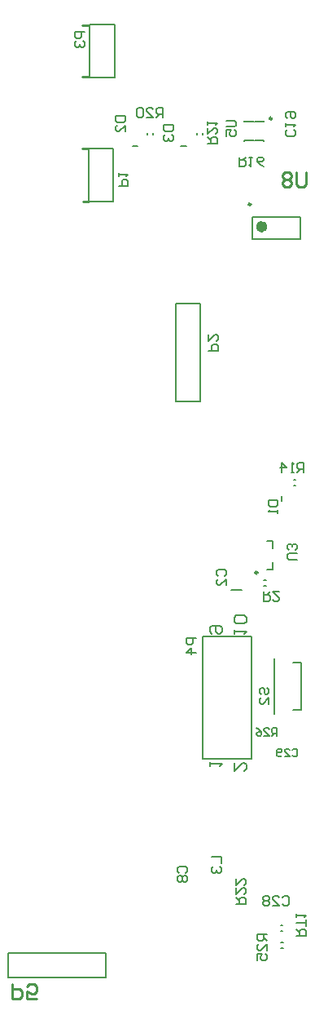
<source format=gbo>
%FSLAX25Y25*%
%MOIN*%
G70*
G01*
G75*
G04 Layer_Color=32896*
%ADD10O,0.01378X0.05512*%
%ADD11R,0.02362X0.04528*%
%ADD12R,0.03937X0.07874*%
%ADD13R,0.01772X0.02362*%
%ADD14R,0.08268X0.05906*%
%ADD15R,0.17716X0.17716*%
%ADD16O,0.02559X0.00984*%
%ADD17O,0.00984X0.02559*%
%ADD18R,0.05315X0.03740*%
%ADD19R,0.01575X0.01575*%
%ADD20R,0.11811X0.00039*%
%ADD21R,0.05512X0.08268*%
%ADD22O,0.02362X0.00984*%
%ADD23R,0.06693X0.03150*%
%ADD24R,0.00984X0.01969*%
%ADD25R,0.03937X0.03543*%
%ADD26R,0.03937X0.01378*%
%ADD27R,0.03150X0.06496*%
%ADD28R,0.03150X0.03543*%
%ADD29R,0.02362X0.01969*%
%ADD30R,0.01969X0.02362*%
%ADD31R,0.03543X0.03150*%
%ADD32R,0.03937X0.05118*%
%ADD33R,0.05118X0.03937*%
%ADD34C,0.03937*%
%ADD35C,0.00787*%
%ADD36C,0.03937*%
%ADD37C,0.01969*%
%ADD38C,0.01000*%
%ADD39C,0.01181*%
%ADD40C,0.01575*%
%ADD41C,0.02000*%
%ADD42C,0.02362*%
%ADD43R,0.03937X0.02913*%
%ADD44R,0.04724X0.03150*%
%ADD45R,0.18898X0.05079*%
%ADD46R,0.36142X0.03937*%
%ADD47R,1.00709X0.04764*%
%ADD48R,0.08583X0.15590*%
%ADD49R,0.12598X0.04764*%
%ADD50R,0.12598X0.05079*%
%ADD51R,0.01811X0.07992*%
G04:AMPARAMS|DCode=52|XSize=18.11mil|YSize=66.44mil|CornerRadius=0mil|HoleSize=0mil|Usage=FLASHONLY|Rotation=214.500|XOffset=0mil|YOffset=0mil|HoleType=Round|Shape=Rectangle|*
%AMROTATEDRECTD52*
4,1,4,-0.01135,0.03251,0.02628,-0.02225,0.01135,-0.03251,-0.02628,0.02225,-0.01135,0.03251,0.0*
%
%ADD52ROTATEDRECTD52*%

%ADD53R,0.35500X0.02000*%
%ADD54R,0.09055X0.04823*%
%ADD55R,0.12598X0.03150*%
%ADD56C,0.04724*%
%ADD57C,0.05512*%
%ADD58C,0.05906*%
%ADD59R,0.05906X0.05906*%
%ADD60R,0.05906X0.05906*%
%ADD61C,0.06299*%
%ADD62C,0.06000*%
%ADD63C,0.02598*%
%ADD64C,0.03150*%
%ADD65R,0.05000X0.03543*%
%ADD66R,0.03150X0.05709*%
%ADD67R,0.05118X0.02559*%
%ADD68O,0.02362X0.07284*%
%ADD69R,0.02756X0.05315*%
%ADD70O,0.02165X0.01181*%
%ADD71R,0.03543X0.02953*%
%ADD72R,0.02953X0.03543*%
%ADD73C,0.00984*%
%ADD74C,0.11811*%
%ADD75C,0.00800*%
D35*
X397342Y348327D02*
Y370768D01*
X408563Y349705D02*
Y369291D01*
X405020D02*
X408563D01*
X405020Y349705D02*
X408563D01*
X394488Y407185D02*
X396850D01*
Y410236D01*
X394488Y418996D02*
X396850D01*
Y415945D02*
Y418996D01*
X408071Y542323D02*
Y551181D01*
X388386Y542323D02*
Y551181D01*
Y542323D02*
X408071D01*
X388386Y551181D02*
X408071D01*
X393110Y582185D02*
Y582382D01*
X389370D02*
X393110D01*
X385236D02*
X388976D01*
X385236Y582185D02*
Y582382D01*
Y590256D02*
Y590453D01*
Y590256D02*
X388976D01*
X389370D02*
X393110D01*
Y590453D01*
X400406Y435124D02*
Y437289D01*
X368000Y330000D02*
Y380000D01*
X388000Y330000D02*
Y380000D01*
X368000Y330000D02*
X388000D01*
X368000Y380000D02*
X388000D01*
X357205Y475906D02*
X367205D01*
Y515906D01*
X357205Y475906D02*
Y515906D01*
X367205D01*
X321358Y557579D02*
X326279D01*
X321358D02*
Y579134D01*
X331496D01*
Y557579D02*
Y579134D01*
X326279Y557579D02*
X331496D01*
X379724Y398917D02*
X384055D01*
X328602Y240472D02*
Y250472D01*
X288602D02*
X328602D01*
X288602Y240472D02*
X328602D01*
X288602D02*
Y250472D01*
X400098Y259547D02*
X400886D01*
X400098Y261910D02*
X400886D01*
X400295Y252559D02*
X401083D01*
X400295Y254921D02*
X401083D01*
X365650Y584878D02*
Y585665D01*
X368012Y584878D02*
Y585665D01*
X345374Y584842D02*
Y585630D01*
X347736Y584842D02*
Y585630D01*
X405315Y443799D02*
X406102D01*
X405315Y441437D02*
X406102D01*
X393209Y402854D02*
X393996D01*
X393209Y400492D02*
X393996D01*
X321850Y608169D02*
X326772D01*
X321850D02*
Y629724D01*
X331988D01*
Y608169D02*
Y629724D01*
X326772Y608169D02*
X331988D01*
X359298Y580035D02*
X361463D01*
X339384Y580031D02*
X341550D01*
X391996Y356136D02*
X391340Y356792D01*
Y358104D01*
X391996Y358760D01*
X392652D01*
X393308Y358104D01*
Y356792D01*
X393964Y356136D01*
X394620D01*
X395276Y356792D01*
Y358104D01*
X394620Y358760D01*
X395276Y352200D02*
Y354824D01*
X392652Y352200D01*
X391996D01*
X391340Y352856D01*
Y354168D01*
X391996Y354824D01*
X406888Y411122D02*
X403609D01*
X402953Y411778D01*
Y413090D01*
X403609Y413746D01*
X406888D01*
X406233Y415058D02*
X406888Y415714D01*
Y417026D01*
X406233Y417682D01*
X405577D01*
X404921Y417026D01*
Y416370D01*
Y417026D01*
X404265Y417682D01*
X403609D01*
X402953Y417026D01*
Y415714D01*
X403609Y415058D01*
X377757Y590650D02*
X381037D01*
X381693Y589994D01*
Y588682D01*
X381037Y588026D01*
X377757D01*
Y584090D02*
Y586714D01*
X379725D01*
X379069Y585402D01*
Y584746D01*
X379725Y584090D01*
X381037D01*
X381693Y584746D01*
Y586058D01*
X381037Y586714D01*
X394982Y435532D02*
X398917D01*
Y433564D01*
X398261Y432908D01*
X395637D01*
X394982Y433564D01*
Y435532D01*
X398917Y431596D02*
Y430284D01*
Y430940D01*
X394982D01*
X395637Y431596D01*
X365453Y379232D02*
X361517D01*
Y377264D01*
X362173Y376608D01*
X363485D01*
X364141Y377264D01*
Y379232D01*
X365453Y373329D02*
X361517D01*
X363485Y375296D01*
Y372673D01*
X370374Y496555D02*
X374310D01*
Y498523D01*
X373654Y499179D01*
X372342D01*
X371686Y498523D01*
Y496555D01*
X370374Y503115D02*
Y500491D01*
X372998Y503115D01*
X373654D01*
X374310Y502459D01*
Y501147D01*
X373654Y500491D01*
X333661Y563976D02*
X337597D01*
Y565944D01*
X336941Y566600D01*
X335629D01*
X334973Y565944D01*
Y563976D01*
X333661Y567912D02*
Y569224D01*
Y568568D01*
X337597D01*
X336941Y567912D01*
X374476Y404660D02*
X373820Y405316D01*
Y406628D01*
X374476Y407283D01*
X377100D01*
X377756Y406628D01*
Y405316D01*
X377100Y404660D01*
X377756Y400724D02*
Y403348D01*
X375132Y400724D01*
X374476D01*
X373820Y401380D01*
Y402692D01*
X374476Y403348D01*
X406595Y257480D02*
X410530D01*
Y259448D01*
X409874Y260104D01*
X408562D01*
X407906Y259448D01*
Y257480D01*
Y258792D02*
X406595Y260104D01*
X410530Y261416D02*
Y264040D01*
Y262728D01*
X406595D01*
Y265352D02*
Y266664D01*
Y266008D01*
X410530D01*
X409874Y265352D01*
X398524Y339272D02*
Y342420D01*
X396949D01*
X396425Y341896D01*
Y340846D01*
X396949Y340321D01*
X398524D01*
X397474D02*
X396425Y339272D01*
X393276D02*
X395375D01*
X393276Y341371D01*
Y341896D01*
X393801Y342420D01*
X394850D01*
X395375Y341896D01*
X390127Y342420D02*
X391177Y341896D01*
X392226Y340846D01*
Y339796D01*
X391702Y339272D01*
X390652D01*
X390127Y339796D01*
Y340321D01*
X390652Y340846D01*
X392226D01*
X394488Y258169D02*
X390552D01*
Y256201D01*
X391208Y255545D01*
X392520D01*
X393176Y256201D01*
Y258169D01*
Y256857D02*
X394488Y255545D01*
Y251610D02*
Y254234D01*
X391864Y251610D01*
X391208D01*
X390552Y252266D01*
Y253578D01*
X391208Y254234D01*
X390552Y247674D02*
Y250298D01*
X392520D01*
X391864Y248986D01*
Y248330D01*
X392520Y247674D01*
X393832D01*
X394488Y248330D01*
Y249642D01*
X393832Y250298D01*
X381890Y270472D02*
X385825D01*
Y272440D01*
X385170Y273096D01*
X383858D01*
X383202Y272440D01*
Y270472D01*
Y271784D02*
X381890Y273096D01*
Y277032D02*
Y274408D01*
X384514Y277032D01*
X385170D01*
X385825Y276376D01*
Y275064D01*
X385170Y274408D01*
X381890Y280968D02*
Y278344D01*
X384514Y280968D01*
X385170D01*
X385825Y280312D01*
Y279000D01*
X385170Y278344D01*
X370177Y581102D02*
X374113D01*
Y583070D01*
X373457Y583726D01*
X372145D01*
X371489Y583070D01*
Y581102D01*
Y582414D02*
X370177Y583726D01*
Y587662D02*
Y585038D01*
X372801Y587662D01*
X373457D01*
X374113Y587006D01*
Y585694D01*
X373457Y585038D01*
X370177Y588974D02*
Y590286D01*
Y589630D01*
X374113D01*
X373457Y588974D01*
X351673Y591929D02*
Y595865D01*
X349705D01*
X349049Y595209D01*
Y593897D01*
X349705Y593241D01*
X351673D01*
X350361D02*
X349049Y591929D01*
X345114D02*
X347738D01*
X345114Y594553D01*
Y595209D01*
X345770Y595865D01*
X347081D01*
X347738Y595209D01*
X343802D02*
X343146Y595865D01*
X341834D01*
X341178Y595209D01*
Y592585D01*
X341834Y591929D01*
X343146D01*
X343802Y592585D01*
Y595209D01*
X383169Y575689D02*
Y571753D01*
X385137D01*
X385793Y572409D01*
Y573721D01*
X385137Y574377D01*
X383169D01*
X384481D02*
X385793Y575689D01*
X387105D02*
X388417D01*
X387761D01*
Y571753D01*
X387105Y572409D01*
X393009Y571753D02*
X391697Y572409D01*
X390385Y573721D01*
Y575033D01*
X391041Y575689D01*
X392353D01*
X393009Y575033D01*
Y574377D01*
X392353Y573721D01*
X390385D01*
X409547Y446850D02*
Y450786D01*
X407579D01*
X406923Y450130D01*
Y448818D01*
X407579Y448162D01*
X409547D01*
X408235D02*
X406923Y446850D01*
X405612D02*
X404300D01*
X404955D01*
Y450786D01*
X405612Y450130D01*
X400364Y446850D02*
Y450786D01*
X402332Y448818D01*
X399708D01*
X393012Y398228D02*
Y394293D01*
X394980D01*
X395636Y394949D01*
Y396260D01*
X394980Y396916D01*
X393012D01*
X394324D02*
X395636Y398228D01*
X399571D02*
X396948D01*
X399571Y395604D01*
Y394949D01*
X398915Y394293D01*
X397604D01*
X396948Y394949D01*
X319882Y626968D02*
X315946D01*
Y625001D01*
X316602Y624345D01*
X317914D01*
X318570Y625001D01*
Y626968D01*
X316602Y623033D02*
X315946Y622377D01*
Y621065D01*
X316602Y620409D01*
X317258D01*
X317914Y621065D01*
Y621721D01*
Y621065D01*
X318570Y620409D01*
X319226D01*
X319882Y621065D01*
Y622377D01*
X319226Y623033D01*
X371753Y289862D02*
X375689D01*
Y287238D01*
X372409Y285927D02*
X371753Y285271D01*
Y283959D01*
X372409Y283303D01*
X373065D01*
X373721Y283959D01*
Y284615D01*
Y283959D01*
X374377Y283303D01*
X375033D01*
X375689Y283959D01*
Y285271D01*
X375033Y285927D01*
X352265Y588815D02*
X356201D01*
Y586847D01*
X355545Y586191D01*
X352921D01*
X352265Y586847D01*
Y588815D01*
X352921Y584879D02*
X352265Y584223D01*
Y582911D01*
X352921Y582255D01*
X353577D01*
X354233Y582911D01*
Y583567D01*
Y582911D01*
X354889Y582255D01*
X355545D01*
X356201Y582911D01*
Y584223D01*
X355545Y584879D01*
X332383Y592618D02*
X336319D01*
Y590650D01*
X335663Y589994D01*
X333039D01*
X332383Y590650D01*
Y592618D01*
X336319Y586059D02*
Y588682D01*
X333695Y586059D01*
X333039D01*
X332383Y586715D01*
Y588026D01*
X333039Y588682D01*
X404791Y333431D02*
X405315Y333956D01*
X406365D01*
X406890Y333431D01*
Y331332D01*
X406365Y330807D01*
X405315D01*
X404791Y331332D01*
X401642Y330807D02*
X403741D01*
X401642Y332906D01*
Y333431D01*
X402167Y333956D01*
X403216D01*
X403741Y333431D01*
X400593Y331332D02*
X400068Y330807D01*
X399018D01*
X398494Y331332D01*
Y333431D01*
X399018Y333956D01*
X400068D01*
X400593Y333431D01*
Y332906D01*
X400068Y332381D01*
X398494D01*
X400723Y273162D02*
X401379Y273818D01*
X402691D01*
X403346Y273162D01*
Y270538D01*
X402691Y269882D01*
X401379D01*
X400723Y270538D01*
X396787Y269882D02*
X399411D01*
X396787Y272506D01*
Y273162D01*
X397443Y273818D01*
X398755D01*
X399411Y273162D01*
X395475D02*
X394819Y273818D01*
X393507D01*
X392851Y273162D01*
Y272506D01*
X393507Y271850D01*
X392851Y271194D01*
Y270538D01*
X393507Y269882D01*
X394819D01*
X395475Y270538D01*
Y271194D01*
X394819Y271850D01*
X395475Y272506D01*
Y273162D01*
X394819Y271850D02*
X393507D01*
X405347Y586876D02*
X406003Y586220D01*
Y584908D01*
X405347Y584252D01*
X402723D01*
X402067Y584908D01*
Y586220D01*
X402723Y586876D01*
X402067Y588188D02*
Y589500D01*
Y588844D01*
X406003D01*
X405347Y588188D01*
X402723Y591468D02*
X402067Y592123D01*
Y593435D01*
X402723Y594091D01*
X405347D01*
X406003Y593435D01*
Y592123D01*
X405347Y591468D01*
X404691D01*
X404035Y592123D01*
Y594091D01*
X358531Y283350D02*
X357875Y284006D01*
Y285317D01*
X358531Y285974D01*
X361155D01*
X361811Y285317D01*
Y284006D01*
X361155Y283350D01*
X358531Y282038D02*
X357875Y281382D01*
Y280070D01*
X358531Y279414D01*
X359187D01*
X359843Y280070D01*
X360499Y279414D01*
X361155D01*
X361811Y280070D01*
Y281382D01*
X361155Y282038D01*
X360499D01*
X359843Y281382D01*
X359187Y282038D01*
X358531D01*
X359843Y281382D02*
Y280070D01*
D38*
X319094Y557579D02*
X321358D01*
X318799Y579134D02*
X321358D01*
X318898Y608366D02*
X321457D01*
X318701Y629528D02*
X321457D01*
X410630Y569581D02*
Y564582D01*
X409630Y563583D01*
X407631D01*
X406631Y564582D01*
Y569581D01*
X404632Y568581D02*
X403632Y569581D01*
X401633D01*
X400633Y568581D01*
Y567581D01*
X401633Y566582D01*
X400633Y565582D01*
Y564582D01*
X401633Y563583D01*
X403632D01*
X404632Y564582D01*
Y565582D01*
X403632Y566582D01*
X404632Y567581D01*
Y568581D01*
X403632Y566582D02*
X401633D01*
X290236Y237992D02*
Y231994D01*
X293235D01*
X294235Y232994D01*
Y234993D01*
X293235Y235993D01*
X290236D01*
X300233Y231994D02*
X296234D01*
Y234993D01*
X298234Y233993D01*
X299233D01*
X300233Y234993D01*
Y236993D01*
X299233Y237992D01*
X297234D01*
X296234Y236993D01*
D42*
X393504Y547244D02*
G03*
X393504Y547244I-1181J0D01*
G01*
D73*
X390650Y405905D02*
G03*
X390650Y405905I-492J0D01*
G01*
X387874Y556398D02*
G03*
X387874Y556398I-492J0D01*
G01*
X396457Y591437D02*
G03*
X396457Y591437I-492J0D01*
G01*
D75*
X381000Y381000D02*
Y382666D01*
Y381833D01*
X385998D01*
X385165Y381000D01*
Y385165D02*
X385998Y385998D01*
Y387665D01*
X385165Y388498D01*
X381833D01*
X381000Y387665D01*
Y385998D01*
X381833Y385165D01*
X385165D01*
X371833Y381000D02*
X371000Y381833D01*
Y383499D01*
X371833Y384332D01*
X375165D01*
X375998Y383499D01*
Y381833D01*
X375165Y381000D01*
X374332D01*
X373499Y381833D01*
Y384332D01*
X371000Y327000D02*
Y328666D01*
Y327833D01*
X375998D01*
X375165Y327000D01*
X381000Y328332D02*
Y325000D01*
X384332Y328332D01*
X385165D01*
X385998Y327499D01*
Y325833D01*
X385165Y325000D01*
M02*

</source>
